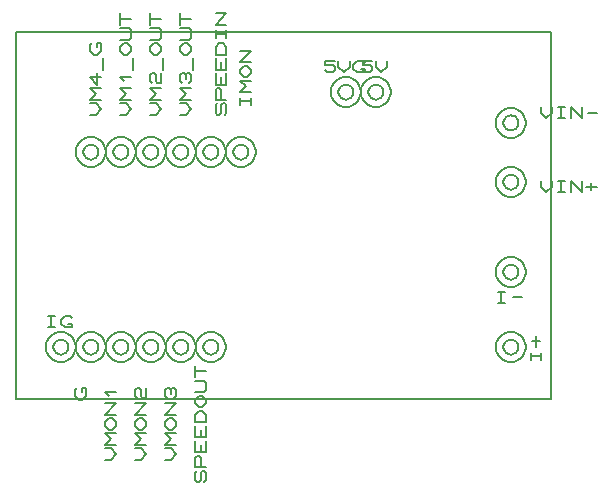
<source format=gbr>
G04 PROTEUS RS274X GERBER FILE*
%FSLAX45Y45*%
%MOMM*%
G01*
%ADD14C,0.203200*%
D14*
X-1016000Y+5019040D02*
X+3512000Y+5019040D01*
X+3512000Y+8128000D01*
X-1016000Y+8128000D01*
X-1016000Y+5019040D01*
X+0Y+5461000D02*
X-427Y+5471409D01*
X-3899Y+5492228D01*
X-11155Y+5513047D01*
X-22983Y+5533866D01*
X-41080Y+5554524D01*
X-61899Y+5570045D01*
X-82718Y+5580030D01*
X-103537Y+5585814D01*
X-124356Y+5587972D01*
X-127000Y+5588000D01*
X-254000Y+5461000D02*
X-253573Y+5471409D01*
X-250101Y+5492228D01*
X-242845Y+5513047D01*
X-231017Y+5533866D01*
X-212920Y+5554524D01*
X-192101Y+5570045D01*
X-171282Y+5580030D01*
X-150463Y+5585814D01*
X-129644Y+5587972D01*
X-127000Y+5588000D01*
X-254000Y+5461000D02*
X-253573Y+5450591D01*
X-250101Y+5429772D01*
X-242845Y+5408953D01*
X-231017Y+5388134D01*
X-212920Y+5367476D01*
X-192101Y+5351955D01*
X-171282Y+5341970D01*
X-150463Y+5336186D01*
X-129644Y+5334028D01*
X-127000Y+5334000D01*
X+0Y+5461000D02*
X-427Y+5450591D01*
X-3899Y+5429772D01*
X-11155Y+5408953D01*
X-22983Y+5388134D01*
X-41080Y+5367476D01*
X-61899Y+5351955D01*
X-82718Y+5341970D01*
X-103537Y+5336186D01*
X-124356Y+5334028D01*
X-127000Y+5334000D01*
X-63500Y+5461000D02*
X-63717Y+5466247D01*
X-65482Y+5476742D01*
X-69174Y+5487237D01*
X-75202Y+5497732D01*
X-84424Y+5508112D01*
X-94919Y+5515800D01*
X-105414Y+5520718D01*
X-115909Y+5523524D01*
X-126404Y+5524497D01*
X-127000Y+5524500D01*
X-190500Y+5461000D02*
X-190283Y+5466247D01*
X-188518Y+5476742D01*
X-184826Y+5487237D01*
X-178798Y+5497732D01*
X-169576Y+5508112D01*
X-159081Y+5515800D01*
X-148586Y+5520718D01*
X-138091Y+5523524D01*
X-127596Y+5524497D01*
X-127000Y+5524500D01*
X-190500Y+5461000D02*
X-190283Y+5455753D01*
X-188518Y+5445258D01*
X-184826Y+5434763D01*
X-178798Y+5424268D01*
X-169576Y+5413888D01*
X-159081Y+5406200D01*
X-148586Y+5401282D01*
X-138091Y+5398476D01*
X-127596Y+5397503D01*
X-127000Y+5397500D01*
X-63500Y+5461000D02*
X-63717Y+5455753D01*
X-65482Y+5445258D01*
X-69174Y+5434763D01*
X-75202Y+5424268D01*
X-84424Y+5413888D01*
X-94919Y+5406200D01*
X-105414Y+5401282D01*
X-115909Y+5398476D01*
X-126404Y+5397503D01*
X-127000Y+5397500D01*
X-259080Y+4508500D02*
X-213360Y+4508500D01*
X-167640Y+4556125D01*
X-213360Y+4603750D01*
X-259080Y+4603750D01*
X-167640Y+4635500D02*
X-259080Y+4635500D01*
X-213360Y+4683125D01*
X-259080Y+4730750D01*
X-167640Y+4730750D01*
X-228600Y+4762500D02*
X-259080Y+4794250D01*
X-259080Y+4826000D01*
X-228600Y+4857750D01*
X-198120Y+4857750D01*
X-167640Y+4826000D01*
X-167640Y+4794250D01*
X-198120Y+4762500D01*
X-228600Y+4762500D01*
X-167640Y+4889500D02*
X-259080Y+4889500D01*
X-167640Y+4984750D01*
X-259080Y+4984750D01*
X-228600Y+5048250D02*
X-259080Y+5080000D01*
X-167640Y+5080000D01*
X+254000Y+5461000D02*
X+253573Y+5471409D01*
X+250101Y+5492228D01*
X+242845Y+5513047D01*
X+231017Y+5533866D01*
X+212920Y+5554524D01*
X+192101Y+5570045D01*
X+171282Y+5580030D01*
X+150463Y+5585814D01*
X+129644Y+5587972D01*
X+127000Y+5588000D01*
X+0Y+5461000D02*
X+427Y+5471409D01*
X+3899Y+5492228D01*
X+11155Y+5513047D01*
X+22983Y+5533866D01*
X+41080Y+5554524D01*
X+61899Y+5570045D01*
X+82718Y+5580030D01*
X+103537Y+5585814D01*
X+124356Y+5587972D01*
X+127000Y+5588000D01*
X+0Y+5461000D02*
X+427Y+5450591D01*
X+3899Y+5429772D01*
X+11155Y+5408953D01*
X+22983Y+5388134D01*
X+41080Y+5367476D01*
X+61899Y+5351955D01*
X+82718Y+5341970D01*
X+103537Y+5336186D01*
X+124356Y+5334028D01*
X+127000Y+5334000D01*
X+254000Y+5461000D02*
X+253573Y+5450591D01*
X+250101Y+5429772D01*
X+242845Y+5408953D01*
X+231017Y+5388134D01*
X+212920Y+5367476D01*
X+192101Y+5351955D01*
X+171282Y+5341970D01*
X+150463Y+5336186D01*
X+129644Y+5334028D01*
X+127000Y+5334000D01*
X+190500Y+5461000D02*
X+190283Y+5466247D01*
X+188518Y+5476742D01*
X+184826Y+5487237D01*
X+178798Y+5497732D01*
X+169576Y+5508112D01*
X+159081Y+5515800D01*
X+148586Y+5520718D01*
X+138091Y+5523524D01*
X+127596Y+5524497D01*
X+127000Y+5524500D01*
X+63500Y+5461000D02*
X+63717Y+5466247D01*
X+65482Y+5476742D01*
X+69174Y+5487237D01*
X+75202Y+5497732D01*
X+84424Y+5508112D01*
X+94919Y+5515800D01*
X+105414Y+5520718D01*
X+115909Y+5523524D01*
X+126404Y+5524497D01*
X+127000Y+5524500D01*
X+63500Y+5461000D02*
X+63717Y+5455753D01*
X+65482Y+5445258D01*
X+69174Y+5434763D01*
X+75202Y+5424268D01*
X+84424Y+5413888D01*
X+94919Y+5406200D01*
X+105414Y+5401282D01*
X+115909Y+5398476D01*
X+126404Y+5397503D01*
X+127000Y+5397500D01*
X+190500Y+5461000D02*
X+190283Y+5455753D01*
X+188518Y+5445258D01*
X+184826Y+5434763D01*
X+178798Y+5424268D01*
X+169576Y+5413888D01*
X+159081Y+5406200D01*
X+148586Y+5401282D01*
X+138091Y+5398476D01*
X+127596Y+5397503D01*
X+127000Y+5397500D01*
X-5080Y+4508500D02*
X+40640Y+4508500D01*
X+86360Y+4556125D01*
X+40640Y+4603750D01*
X-5080Y+4603750D01*
X+86360Y+4635500D02*
X-5080Y+4635500D01*
X+40640Y+4683125D01*
X-5080Y+4730750D01*
X+86360Y+4730750D01*
X+25400Y+4762500D02*
X-5080Y+4794250D01*
X-5080Y+4826000D01*
X+25400Y+4857750D01*
X+55880Y+4857750D01*
X+86360Y+4826000D01*
X+86360Y+4794250D01*
X+55880Y+4762500D01*
X+25400Y+4762500D01*
X+86360Y+4889500D02*
X-5080Y+4889500D01*
X+86360Y+4984750D01*
X-5080Y+4984750D01*
X+10160Y+5032375D02*
X-5080Y+5048250D01*
X-5080Y+5095875D01*
X+10160Y+5111750D01*
X+25400Y+5111750D01*
X+40640Y+5095875D01*
X+40640Y+5048250D01*
X+55880Y+5032375D01*
X+86360Y+5032375D01*
X+86360Y+5111750D01*
X+508000Y+5461000D02*
X+507573Y+5471409D01*
X+504101Y+5492228D01*
X+496845Y+5513047D01*
X+485017Y+5533866D01*
X+466920Y+5554524D01*
X+446101Y+5570045D01*
X+425282Y+5580030D01*
X+404463Y+5585814D01*
X+383644Y+5587972D01*
X+381000Y+5588000D01*
X+254000Y+5461000D02*
X+254427Y+5471409D01*
X+257899Y+5492228D01*
X+265155Y+5513047D01*
X+276983Y+5533866D01*
X+295080Y+5554524D01*
X+315899Y+5570045D01*
X+336718Y+5580030D01*
X+357537Y+5585814D01*
X+378356Y+5587972D01*
X+381000Y+5588000D01*
X+254000Y+5461000D02*
X+254427Y+5450591D01*
X+257899Y+5429772D01*
X+265155Y+5408953D01*
X+276983Y+5388134D01*
X+295080Y+5367476D01*
X+315899Y+5351955D01*
X+336718Y+5341970D01*
X+357537Y+5336186D01*
X+378356Y+5334028D01*
X+381000Y+5334000D01*
X+508000Y+5461000D02*
X+507573Y+5450591D01*
X+504101Y+5429772D01*
X+496845Y+5408953D01*
X+485017Y+5388134D01*
X+466920Y+5367476D01*
X+446101Y+5351955D01*
X+425282Y+5341970D01*
X+404463Y+5336186D01*
X+383644Y+5334028D01*
X+381000Y+5334000D01*
X+444500Y+5461000D02*
X+444283Y+5466247D01*
X+442518Y+5476742D01*
X+438826Y+5487237D01*
X+432798Y+5497732D01*
X+423576Y+5508112D01*
X+413081Y+5515800D01*
X+402586Y+5520718D01*
X+392091Y+5523524D01*
X+381596Y+5524497D01*
X+381000Y+5524500D01*
X+317500Y+5461000D02*
X+317717Y+5466247D01*
X+319482Y+5476742D01*
X+323174Y+5487237D01*
X+329202Y+5497732D01*
X+338424Y+5508112D01*
X+348919Y+5515800D01*
X+359414Y+5520718D01*
X+369909Y+5523524D01*
X+380404Y+5524497D01*
X+381000Y+5524500D01*
X+317500Y+5461000D02*
X+317717Y+5455753D01*
X+319482Y+5445258D01*
X+323174Y+5434763D01*
X+329202Y+5424268D01*
X+338424Y+5413888D01*
X+348919Y+5406200D01*
X+359414Y+5401282D01*
X+369909Y+5398476D01*
X+380404Y+5397503D01*
X+381000Y+5397500D01*
X+444500Y+5461000D02*
X+444283Y+5455753D01*
X+442518Y+5445258D01*
X+438826Y+5434763D01*
X+432798Y+5424268D01*
X+423576Y+5413888D01*
X+413081Y+5406200D01*
X+402586Y+5401282D01*
X+392091Y+5398476D01*
X+381596Y+5397503D01*
X+381000Y+5397500D01*
X+248920Y+4508500D02*
X+294640Y+4508500D01*
X+340360Y+4556125D01*
X+294640Y+4603750D01*
X+248920Y+4603750D01*
X+340360Y+4635500D02*
X+248920Y+4635500D01*
X+294640Y+4683125D01*
X+248920Y+4730750D01*
X+340360Y+4730750D01*
X+279400Y+4762500D02*
X+248920Y+4794250D01*
X+248920Y+4826000D01*
X+279400Y+4857750D01*
X+309880Y+4857750D01*
X+340360Y+4826000D01*
X+340360Y+4794250D01*
X+309880Y+4762500D01*
X+279400Y+4762500D01*
X+340360Y+4889500D02*
X+248920Y+4889500D01*
X+340360Y+4984750D01*
X+248920Y+4984750D01*
X+264160Y+5032375D02*
X+248920Y+5048250D01*
X+248920Y+5095875D01*
X+264160Y+5111750D01*
X+279400Y+5111750D01*
X+294640Y+5095875D01*
X+309880Y+5111750D01*
X+325120Y+5111750D01*
X+340360Y+5095875D01*
X+340360Y+5048250D01*
X+325120Y+5032375D01*
X+294640Y+5064125D02*
X+294640Y+5095875D01*
X+762000Y+7112000D02*
X+761573Y+7122409D01*
X+758101Y+7143228D01*
X+750845Y+7164047D01*
X+739017Y+7184866D01*
X+720920Y+7205524D01*
X+700101Y+7221045D01*
X+679282Y+7231030D01*
X+658463Y+7236814D01*
X+637644Y+7238972D01*
X+635000Y+7239000D01*
X+508000Y+7112000D02*
X+508427Y+7122409D01*
X+511899Y+7143228D01*
X+519155Y+7164047D01*
X+530983Y+7184866D01*
X+549080Y+7205524D01*
X+569899Y+7221045D01*
X+590718Y+7231030D01*
X+611537Y+7236814D01*
X+632356Y+7238972D01*
X+635000Y+7239000D01*
X+508000Y+7112000D02*
X+508427Y+7101591D01*
X+511899Y+7080772D01*
X+519155Y+7059953D01*
X+530983Y+7039134D01*
X+549080Y+7018476D01*
X+569899Y+7002955D01*
X+590718Y+6992970D01*
X+611537Y+6987186D01*
X+632356Y+6985028D01*
X+635000Y+6985000D01*
X+762000Y+7112000D02*
X+761573Y+7101591D01*
X+758101Y+7080772D01*
X+750845Y+7059953D01*
X+739017Y+7039134D01*
X+720920Y+7018476D01*
X+700101Y+7002955D01*
X+679282Y+6992970D01*
X+658463Y+6987186D01*
X+637644Y+6985028D01*
X+635000Y+6985000D01*
X+698500Y+7112000D02*
X+698283Y+7117247D01*
X+696518Y+7127742D01*
X+692826Y+7138237D01*
X+686798Y+7148732D01*
X+677576Y+7159112D01*
X+667081Y+7166800D01*
X+656586Y+7171718D01*
X+646091Y+7174524D01*
X+635596Y+7175497D01*
X+635000Y+7175500D01*
X+571500Y+7112000D02*
X+571717Y+7117247D01*
X+573482Y+7127742D01*
X+577174Y+7138237D01*
X+583202Y+7148732D01*
X+592424Y+7159112D01*
X+602919Y+7166800D01*
X+613414Y+7171718D01*
X+623909Y+7174524D01*
X+634404Y+7175497D01*
X+635000Y+7175500D01*
X+571500Y+7112000D02*
X+571717Y+7106753D01*
X+573482Y+7096258D01*
X+577174Y+7085763D01*
X+583202Y+7075268D01*
X+592424Y+7064888D01*
X+602919Y+7057200D01*
X+613414Y+7052282D01*
X+623909Y+7049476D01*
X+634404Y+7048503D01*
X+635000Y+7048500D01*
X+698500Y+7112000D02*
X+698283Y+7106753D01*
X+696518Y+7096258D01*
X+692826Y+7085763D01*
X+686798Y+7075268D01*
X+677576Y+7064888D01*
X+667081Y+7057200D01*
X+656586Y+7052282D01*
X+646091Y+7049476D01*
X+635596Y+7048503D01*
X+635000Y+7048500D01*
X+751840Y+7429500D02*
X+767080Y+7445375D01*
X+767080Y+7508875D01*
X+751840Y+7524750D01*
X+736600Y+7524750D01*
X+721360Y+7508875D01*
X+721360Y+7445375D01*
X+706120Y+7429500D01*
X+690880Y+7429500D01*
X+675640Y+7445375D01*
X+675640Y+7508875D01*
X+690880Y+7524750D01*
X+767080Y+7556500D02*
X+675640Y+7556500D01*
X+675640Y+7635875D01*
X+690880Y+7651750D01*
X+706120Y+7651750D01*
X+721360Y+7635875D01*
X+721360Y+7556500D01*
X+767080Y+7778750D02*
X+767080Y+7683500D01*
X+675640Y+7683500D01*
X+675640Y+7778750D01*
X+721360Y+7683500D02*
X+721360Y+7747000D01*
X+767080Y+7905750D02*
X+767080Y+7810500D01*
X+675640Y+7810500D01*
X+675640Y+7905750D01*
X+721360Y+7810500D02*
X+721360Y+7874000D01*
X+767080Y+7937500D02*
X+675640Y+7937500D01*
X+675640Y+8001000D01*
X+706120Y+8032750D01*
X+736600Y+8032750D01*
X+767080Y+8001000D01*
X+767080Y+7937500D01*
X+675640Y+8080375D02*
X+675640Y+8143875D01*
X+675640Y+8112125D02*
X+767080Y+8112125D01*
X+767080Y+8080375D02*
X+767080Y+8143875D01*
X+767080Y+8191500D02*
X+675640Y+8191500D01*
X+767080Y+8286750D01*
X+675640Y+8286750D01*
X-254000Y+5461000D02*
X-254427Y+5471409D01*
X-257899Y+5492228D01*
X-265155Y+5513047D01*
X-276983Y+5533866D01*
X-295080Y+5554524D01*
X-315899Y+5570045D01*
X-336718Y+5580030D01*
X-357537Y+5585814D01*
X-378356Y+5587972D01*
X-381000Y+5588000D01*
X-508000Y+5461000D02*
X-507573Y+5471409D01*
X-504101Y+5492228D01*
X-496845Y+5513047D01*
X-485017Y+5533866D01*
X-466920Y+5554524D01*
X-446101Y+5570045D01*
X-425282Y+5580030D01*
X-404463Y+5585814D01*
X-383644Y+5587972D01*
X-381000Y+5588000D01*
X-508000Y+5461000D02*
X-507573Y+5450591D01*
X-504101Y+5429772D01*
X-496845Y+5408953D01*
X-485017Y+5388134D01*
X-466920Y+5367476D01*
X-446101Y+5351955D01*
X-425282Y+5341970D01*
X-404463Y+5336186D01*
X-383644Y+5334028D01*
X-381000Y+5334000D01*
X-254000Y+5461000D02*
X-254427Y+5450591D01*
X-257899Y+5429772D01*
X-265155Y+5408953D01*
X-276983Y+5388134D01*
X-295080Y+5367476D01*
X-315899Y+5351955D01*
X-336718Y+5341970D01*
X-357537Y+5336186D01*
X-378356Y+5334028D01*
X-381000Y+5334000D01*
X-317500Y+5461000D02*
X-317717Y+5466247D01*
X-319482Y+5476742D01*
X-323174Y+5487237D01*
X-329202Y+5497732D01*
X-338424Y+5508112D01*
X-348919Y+5515800D01*
X-359414Y+5520718D01*
X-369909Y+5523524D01*
X-380404Y+5524497D01*
X-381000Y+5524500D01*
X-444500Y+5461000D02*
X-444283Y+5466247D01*
X-442518Y+5476742D01*
X-438826Y+5487237D01*
X-432798Y+5497732D01*
X-423576Y+5508112D01*
X-413081Y+5515800D01*
X-402586Y+5520718D01*
X-392091Y+5523524D01*
X-381596Y+5524497D01*
X-381000Y+5524500D01*
X-444500Y+5461000D02*
X-444283Y+5455753D01*
X-442518Y+5445258D01*
X-438826Y+5434763D01*
X-432798Y+5424268D01*
X-423576Y+5413888D01*
X-413081Y+5406200D01*
X-402586Y+5401282D01*
X-392091Y+5398476D01*
X-381596Y+5397503D01*
X-381000Y+5397500D01*
X-317500Y+5461000D02*
X-317717Y+5455753D01*
X-319482Y+5445258D01*
X-323174Y+5434763D01*
X-329202Y+5424268D01*
X-338424Y+5413888D01*
X-348919Y+5406200D01*
X-359414Y+5401282D01*
X-369909Y+5398476D01*
X-380404Y+5397503D01*
X-381000Y+5397500D01*
X-452120Y+5080000D02*
X-452120Y+5111750D01*
X-421640Y+5111750D01*
X-421640Y+5048250D01*
X-452120Y+5016500D01*
X-482600Y+5016500D01*
X-513080Y+5048250D01*
X-513080Y+5095875D01*
X-497840Y+5111750D01*
X+3302000Y+6858000D02*
X+3301573Y+6868409D01*
X+3298101Y+6889228D01*
X+3290845Y+6910047D01*
X+3279017Y+6930866D01*
X+3260920Y+6951524D01*
X+3240101Y+6967045D01*
X+3219282Y+6977030D01*
X+3198463Y+6982814D01*
X+3177644Y+6984972D01*
X+3175000Y+6985000D01*
X+3048000Y+6858000D02*
X+3048427Y+6868409D01*
X+3051899Y+6889228D01*
X+3059155Y+6910047D01*
X+3070983Y+6930866D01*
X+3089080Y+6951524D01*
X+3109899Y+6967045D01*
X+3130718Y+6977030D01*
X+3151537Y+6982814D01*
X+3172356Y+6984972D01*
X+3175000Y+6985000D01*
X+3048000Y+6858000D02*
X+3048427Y+6847591D01*
X+3051899Y+6826772D01*
X+3059155Y+6805953D01*
X+3070983Y+6785134D01*
X+3089080Y+6764476D01*
X+3109899Y+6748955D01*
X+3130718Y+6738970D01*
X+3151537Y+6733186D01*
X+3172356Y+6731028D01*
X+3175000Y+6731000D01*
X+3302000Y+6858000D02*
X+3301573Y+6847591D01*
X+3298101Y+6826772D01*
X+3290845Y+6805953D01*
X+3279017Y+6785134D01*
X+3260920Y+6764476D01*
X+3240101Y+6748955D01*
X+3219282Y+6738970D01*
X+3198463Y+6733186D01*
X+3177644Y+6731028D01*
X+3175000Y+6731000D01*
X+3238500Y+6858000D02*
X+3238283Y+6863247D01*
X+3236518Y+6873742D01*
X+3232826Y+6884237D01*
X+3226798Y+6894732D01*
X+3217576Y+6905112D01*
X+3207081Y+6912800D01*
X+3196586Y+6917718D01*
X+3186091Y+6920524D01*
X+3175596Y+6921497D01*
X+3175000Y+6921500D01*
X+3111500Y+6858000D02*
X+3111717Y+6863247D01*
X+3113482Y+6873742D01*
X+3117174Y+6884237D01*
X+3123202Y+6894732D01*
X+3132424Y+6905112D01*
X+3142919Y+6912800D01*
X+3153414Y+6917718D01*
X+3163909Y+6920524D01*
X+3174404Y+6921497D01*
X+3175000Y+6921500D01*
X+3111500Y+6858000D02*
X+3111717Y+6852753D01*
X+3113482Y+6842258D01*
X+3117174Y+6831763D01*
X+3123202Y+6821268D01*
X+3132424Y+6810888D01*
X+3142919Y+6803200D01*
X+3153414Y+6798282D01*
X+3163909Y+6795476D01*
X+3174404Y+6794503D01*
X+3175000Y+6794500D01*
X+3238500Y+6858000D02*
X+3238283Y+6852753D01*
X+3236518Y+6842258D01*
X+3232826Y+6831763D01*
X+3226798Y+6821268D01*
X+3217576Y+6810888D01*
X+3207081Y+6803200D01*
X+3196586Y+6798282D01*
X+3186091Y+6795476D01*
X+3175596Y+6794503D01*
X+3175000Y+6794500D01*
X+3429000Y+6863080D02*
X+3429000Y+6817360D01*
X+3476625Y+6771640D01*
X+3524250Y+6817360D01*
X+3524250Y+6863080D01*
X+3571875Y+6863080D02*
X+3635375Y+6863080D01*
X+3603625Y+6863080D02*
X+3603625Y+6771640D01*
X+3571875Y+6771640D02*
X+3635375Y+6771640D01*
X+3683000Y+6771640D02*
X+3683000Y+6863080D01*
X+3778250Y+6771640D01*
X+3778250Y+6863080D01*
X+3810000Y+6817360D02*
X+3905250Y+6817360D01*
X+3857625Y+6847840D02*
X+3857625Y+6786880D01*
X+3302000Y+7358000D02*
X+3301573Y+7368409D01*
X+3298101Y+7389228D01*
X+3290845Y+7410047D01*
X+3279017Y+7430866D01*
X+3260920Y+7451524D01*
X+3240101Y+7467045D01*
X+3219282Y+7477030D01*
X+3198463Y+7482814D01*
X+3177644Y+7484972D01*
X+3175000Y+7485000D01*
X+3048000Y+7358000D02*
X+3048427Y+7368409D01*
X+3051899Y+7389228D01*
X+3059155Y+7410047D01*
X+3070983Y+7430866D01*
X+3089080Y+7451524D01*
X+3109899Y+7467045D01*
X+3130718Y+7477030D01*
X+3151537Y+7482814D01*
X+3172356Y+7484972D01*
X+3175000Y+7485000D01*
X+3048000Y+7358000D02*
X+3048427Y+7347591D01*
X+3051899Y+7326772D01*
X+3059155Y+7305953D01*
X+3070983Y+7285134D01*
X+3089080Y+7264476D01*
X+3109899Y+7248955D01*
X+3130718Y+7238970D01*
X+3151537Y+7233186D01*
X+3172356Y+7231028D01*
X+3175000Y+7231000D01*
X+3302000Y+7358000D02*
X+3301573Y+7347591D01*
X+3298101Y+7326772D01*
X+3290845Y+7305953D01*
X+3279017Y+7285134D01*
X+3260920Y+7264476D01*
X+3240101Y+7248955D01*
X+3219282Y+7238970D01*
X+3198463Y+7233186D01*
X+3177644Y+7231028D01*
X+3175000Y+7231000D01*
X+3238500Y+7358000D02*
X+3238283Y+7363247D01*
X+3236518Y+7373742D01*
X+3232826Y+7384237D01*
X+3226798Y+7394732D01*
X+3217576Y+7405112D01*
X+3207081Y+7412800D01*
X+3196586Y+7417718D01*
X+3186091Y+7420524D01*
X+3175596Y+7421497D01*
X+3175000Y+7421500D01*
X+3111500Y+7358000D02*
X+3111717Y+7363247D01*
X+3113482Y+7373742D01*
X+3117174Y+7384237D01*
X+3123202Y+7394732D01*
X+3132424Y+7405112D01*
X+3142919Y+7412800D01*
X+3153414Y+7417718D01*
X+3163909Y+7420524D01*
X+3174404Y+7421497D01*
X+3175000Y+7421500D01*
X+3111500Y+7358000D02*
X+3111717Y+7352753D01*
X+3113482Y+7342258D01*
X+3117174Y+7331763D01*
X+3123202Y+7321268D01*
X+3132424Y+7310888D01*
X+3142919Y+7303200D01*
X+3153414Y+7298282D01*
X+3163909Y+7295476D01*
X+3174404Y+7294503D01*
X+3175000Y+7294500D01*
X+3238500Y+7358000D02*
X+3238283Y+7352753D01*
X+3236518Y+7342258D01*
X+3232826Y+7331763D01*
X+3226798Y+7321268D01*
X+3217576Y+7310888D01*
X+3207081Y+7303200D01*
X+3196586Y+7298282D01*
X+3186091Y+7295476D01*
X+3175596Y+7294503D01*
X+3175000Y+7294500D01*
X+3429000Y+7490080D02*
X+3429000Y+7444360D01*
X+3476625Y+7398640D01*
X+3524250Y+7444360D01*
X+3524250Y+7490080D01*
X+3571875Y+7490080D02*
X+3635375Y+7490080D01*
X+3603625Y+7490080D02*
X+3603625Y+7398640D01*
X+3571875Y+7398640D02*
X+3635375Y+7398640D01*
X+3683000Y+7398640D02*
X+3683000Y+7490080D01*
X+3778250Y+7398640D01*
X+3778250Y+7490080D01*
X+3825875Y+7444360D02*
X+3905250Y+7444360D01*
X+3302000Y+6096000D02*
X+3301573Y+6106409D01*
X+3298101Y+6127228D01*
X+3290845Y+6148047D01*
X+3279017Y+6168866D01*
X+3260920Y+6189524D01*
X+3240101Y+6205045D01*
X+3219282Y+6215030D01*
X+3198463Y+6220814D01*
X+3177644Y+6222972D01*
X+3175000Y+6223000D01*
X+3048000Y+6096000D02*
X+3048427Y+6106409D01*
X+3051899Y+6127228D01*
X+3059155Y+6148047D01*
X+3070983Y+6168866D01*
X+3089080Y+6189524D01*
X+3109899Y+6205045D01*
X+3130718Y+6215030D01*
X+3151537Y+6220814D01*
X+3172356Y+6222972D01*
X+3175000Y+6223000D01*
X+3048000Y+6096000D02*
X+3048427Y+6085591D01*
X+3051899Y+6064772D01*
X+3059155Y+6043953D01*
X+3070983Y+6023134D01*
X+3089080Y+6002476D01*
X+3109899Y+5986955D01*
X+3130718Y+5976970D01*
X+3151537Y+5971186D01*
X+3172356Y+5969028D01*
X+3175000Y+5969000D01*
X+3302000Y+6096000D02*
X+3301573Y+6085591D01*
X+3298101Y+6064772D01*
X+3290845Y+6043953D01*
X+3279017Y+6023134D01*
X+3260920Y+6002476D01*
X+3240101Y+5986955D01*
X+3219282Y+5976970D01*
X+3198463Y+5971186D01*
X+3177644Y+5969028D01*
X+3175000Y+5969000D01*
X+3238500Y+6096000D02*
X+3238283Y+6101247D01*
X+3236518Y+6111742D01*
X+3232826Y+6122237D01*
X+3226798Y+6132732D01*
X+3217576Y+6143112D01*
X+3207081Y+6150800D01*
X+3196586Y+6155718D01*
X+3186091Y+6158524D01*
X+3175596Y+6159497D01*
X+3175000Y+6159500D01*
X+3111500Y+6096000D02*
X+3111717Y+6101247D01*
X+3113482Y+6111742D01*
X+3117174Y+6122237D01*
X+3123202Y+6132732D01*
X+3132424Y+6143112D01*
X+3142919Y+6150800D01*
X+3153414Y+6155718D01*
X+3163909Y+6158524D01*
X+3174404Y+6159497D01*
X+3175000Y+6159500D01*
X+3111500Y+6096000D02*
X+3111717Y+6090753D01*
X+3113482Y+6080258D01*
X+3117174Y+6069763D01*
X+3123202Y+6059268D01*
X+3132424Y+6048888D01*
X+3142919Y+6041200D01*
X+3153414Y+6036282D01*
X+3163909Y+6033476D01*
X+3174404Y+6032503D01*
X+3175000Y+6032500D01*
X+3238500Y+6096000D02*
X+3238283Y+6090753D01*
X+3236518Y+6080258D01*
X+3232826Y+6069763D01*
X+3226798Y+6059268D01*
X+3217576Y+6048888D01*
X+3207081Y+6041200D01*
X+3196586Y+6036282D01*
X+3186091Y+6033476D01*
X+3175596Y+6032503D01*
X+3175000Y+6032500D01*
X+3063875Y+5928360D02*
X+3127375Y+5928360D01*
X+3095625Y+5928360D02*
X+3095625Y+5836920D01*
X+3063875Y+5836920D02*
X+3127375Y+5836920D01*
X+3190875Y+5882640D02*
X+3270250Y+5882640D01*
X+3302000Y+5461000D02*
X+3301573Y+5471409D01*
X+3298101Y+5492228D01*
X+3290845Y+5513047D01*
X+3279017Y+5533866D01*
X+3260920Y+5554524D01*
X+3240101Y+5570045D01*
X+3219282Y+5580030D01*
X+3198463Y+5585814D01*
X+3177644Y+5587972D01*
X+3175000Y+5588000D01*
X+3048000Y+5461000D02*
X+3048427Y+5471409D01*
X+3051899Y+5492228D01*
X+3059155Y+5513047D01*
X+3070983Y+5533866D01*
X+3089080Y+5554524D01*
X+3109899Y+5570045D01*
X+3130718Y+5580030D01*
X+3151537Y+5585814D01*
X+3172356Y+5587972D01*
X+3175000Y+5588000D01*
X+3048000Y+5461000D02*
X+3048427Y+5450591D01*
X+3051899Y+5429772D01*
X+3059155Y+5408953D01*
X+3070983Y+5388134D01*
X+3089080Y+5367476D01*
X+3109899Y+5351955D01*
X+3130718Y+5341970D01*
X+3151537Y+5336186D01*
X+3172356Y+5334028D01*
X+3175000Y+5334000D01*
X+3302000Y+5461000D02*
X+3301573Y+5450591D01*
X+3298101Y+5429772D01*
X+3290845Y+5408953D01*
X+3279017Y+5388134D01*
X+3260920Y+5367476D01*
X+3240101Y+5351955D01*
X+3219282Y+5341970D01*
X+3198463Y+5336186D01*
X+3177644Y+5334028D01*
X+3175000Y+5334000D01*
X+3238500Y+5461000D02*
X+3238283Y+5466247D01*
X+3236518Y+5476742D01*
X+3232826Y+5487237D01*
X+3226798Y+5497732D01*
X+3217576Y+5508112D01*
X+3207081Y+5515800D01*
X+3196586Y+5520718D01*
X+3186091Y+5523524D01*
X+3175596Y+5524497D01*
X+3175000Y+5524500D01*
X+3111500Y+5461000D02*
X+3111717Y+5466247D01*
X+3113482Y+5476742D01*
X+3117174Y+5487237D01*
X+3123202Y+5497732D01*
X+3132424Y+5508112D01*
X+3142919Y+5515800D01*
X+3153414Y+5520718D01*
X+3163909Y+5523524D01*
X+3174404Y+5524497D01*
X+3175000Y+5524500D01*
X+3111500Y+5461000D02*
X+3111717Y+5455753D01*
X+3113482Y+5445258D01*
X+3117174Y+5434763D01*
X+3123202Y+5424268D01*
X+3132424Y+5413888D01*
X+3142919Y+5406200D01*
X+3153414Y+5401282D01*
X+3163909Y+5398476D01*
X+3174404Y+5397503D01*
X+3175000Y+5397500D01*
X+3238500Y+5461000D02*
X+3238283Y+5455753D01*
X+3236518Y+5445258D01*
X+3232826Y+5434763D01*
X+3226798Y+5424268D01*
X+3217576Y+5413888D01*
X+3207081Y+5406200D01*
X+3196586Y+5401282D01*
X+3186091Y+5398476D01*
X+3175596Y+5397503D01*
X+3175000Y+5397500D01*
X+3342640Y+5349875D02*
X+3342640Y+5413375D01*
X+3342640Y+5381625D02*
X+3434080Y+5381625D01*
X+3434080Y+5349875D02*
X+3434080Y+5413375D01*
X+3388360Y+5461000D02*
X+3388360Y+5556250D01*
X+3357880Y+5508625D02*
X+3418840Y+5508625D01*
X+2159000Y+7620000D02*
X+2158573Y+7630409D01*
X+2155101Y+7651228D01*
X+2147845Y+7672047D01*
X+2136017Y+7692866D01*
X+2117920Y+7713524D01*
X+2097101Y+7729045D01*
X+2076282Y+7739030D01*
X+2055463Y+7744814D01*
X+2034644Y+7746972D01*
X+2032000Y+7747000D01*
X+1905000Y+7620000D02*
X+1905427Y+7630409D01*
X+1908899Y+7651228D01*
X+1916155Y+7672047D01*
X+1927983Y+7692866D01*
X+1946080Y+7713524D01*
X+1966899Y+7729045D01*
X+1987718Y+7739030D01*
X+2008537Y+7744814D01*
X+2029356Y+7746972D01*
X+2032000Y+7747000D01*
X+1905000Y+7620000D02*
X+1905427Y+7609591D01*
X+1908899Y+7588772D01*
X+1916155Y+7567953D01*
X+1927983Y+7547134D01*
X+1946080Y+7526476D01*
X+1966899Y+7510955D01*
X+1987718Y+7500970D01*
X+2008537Y+7495186D01*
X+2029356Y+7493028D01*
X+2032000Y+7493000D01*
X+2159000Y+7620000D02*
X+2158573Y+7609591D01*
X+2155101Y+7588772D01*
X+2147845Y+7567953D01*
X+2136017Y+7547134D01*
X+2117920Y+7526476D01*
X+2097101Y+7510955D01*
X+2076282Y+7500970D01*
X+2055463Y+7495186D01*
X+2034644Y+7493028D01*
X+2032000Y+7493000D01*
X+2095500Y+7620000D02*
X+2095283Y+7625247D01*
X+2093518Y+7635742D01*
X+2089826Y+7646237D01*
X+2083798Y+7656732D01*
X+2074576Y+7667112D01*
X+2064081Y+7674800D01*
X+2053586Y+7679718D01*
X+2043091Y+7682524D01*
X+2032596Y+7683497D01*
X+2032000Y+7683500D01*
X+1968500Y+7620000D02*
X+1968717Y+7625247D01*
X+1970482Y+7635742D01*
X+1974174Y+7646237D01*
X+1980202Y+7656732D01*
X+1989424Y+7667112D01*
X+1999919Y+7674800D01*
X+2010414Y+7679718D01*
X+2020909Y+7682524D01*
X+2031404Y+7683497D01*
X+2032000Y+7683500D01*
X+1968500Y+7620000D02*
X+1968717Y+7614753D01*
X+1970482Y+7604258D01*
X+1974174Y+7593763D01*
X+1980202Y+7583268D01*
X+1989424Y+7572888D01*
X+1999919Y+7565200D01*
X+2010414Y+7560282D01*
X+2020909Y+7557476D01*
X+2031404Y+7556503D01*
X+2032000Y+7556500D01*
X+2095500Y+7620000D02*
X+2095283Y+7614753D01*
X+2093518Y+7604258D01*
X+2089826Y+7593763D01*
X+2083798Y+7583268D01*
X+2074576Y+7572888D01*
X+2064081Y+7565200D01*
X+2053586Y+7560282D01*
X+2043091Y+7557476D01*
X+2032596Y+7556503D01*
X+2032000Y+7556500D01*
X+2000250Y+7879080D02*
X+1920875Y+7879080D01*
X+1920875Y+7848600D01*
X+1984375Y+7848600D01*
X+2000250Y+7833360D01*
X+2000250Y+7802880D01*
X+1984375Y+7787640D01*
X+1936750Y+7787640D01*
X+1920875Y+7802880D01*
X+2032000Y+7879080D02*
X+2032000Y+7833360D01*
X+2079625Y+7787640D01*
X+2127250Y+7833360D01*
X+2127250Y+7879080D01*
X+1905000Y+7620000D02*
X+1904573Y+7630409D01*
X+1901101Y+7651228D01*
X+1893845Y+7672047D01*
X+1882017Y+7692866D01*
X+1863920Y+7713524D01*
X+1843101Y+7729045D01*
X+1822282Y+7739030D01*
X+1801463Y+7744814D01*
X+1780644Y+7746972D01*
X+1778000Y+7747000D01*
X+1651000Y+7620000D02*
X+1651427Y+7630409D01*
X+1654899Y+7651228D01*
X+1662155Y+7672047D01*
X+1673983Y+7692866D01*
X+1692080Y+7713524D01*
X+1712899Y+7729045D01*
X+1733718Y+7739030D01*
X+1754537Y+7744814D01*
X+1775356Y+7746972D01*
X+1778000Y+7747000D01*
X+1651000Y+7620000D02*
X+1651427Y+7609591D01*
X+1654899Y+7588772D01*
X+1662155Y+7567953D01*
X+1673983Y+7547134D01*
X+1692080Y+7526476D01*
X+1712899Y+7510955D01*
X+1733718Y+7500970D01*
X+1754537Y+7495186D01*
X+1775356Y+7493028D01*
X+1778000Y+7493000D01*
X+1905000Y+7620000D02*
X+1904573Y+7609591D01*
X+1901101Y+7588772D01*
X+1893845Y+7567953D01*
X+1882017Y+7547134D01*
X+1863920Y+7526476D01*
X+1843101Y+7510955D01*
X+1822282Y+7500970D01*
X+1801463Y+7495186D01*
X+1780644Y+7493028D01*
X+1778000Y+7493000D01*
X+1841500Y+7620000D02*
X+1841283Y+7625247D01*
X+1839518Y+7635742D01*
X+1835826Y+7646237D01*
X+1829798Y+7656732D01*
X+1820576Y+7667112D01*
X+1810081Y+7674800D01*
X+1799586Y+7679718D01*
X+1789091Y+7682524D01*
X+1778596Y+7683497D01*
X+1778000Y+7683500D01*
X+1714500Y+7620000D02*
X+1714717Y+7625247D01*
X+1716482Y+7635742D01*
X+1720174Y+7646237D01*
X+1726202Y+7656732D01*
X+1735424Y+7667112D01*
X+1745919Y+7674800D01*
X+1756414Y+7679718D01*
X+1766909Y+7682524D01*
X+1777404Y+7683497D01*
X+1778000Y+7683500D01*
X+1714500Y+7620000D02*
X+1714717Y+7614753D01*
X+1716482Y+7604258D01*
X+1720174Y+7593763D01*
X+1726202Y+7583268D01*
X+1735424Y+7572888D01*
X+1745919Y+7565200D01*
X+1756414Y+7560282D01*
X+1766909Y+7557476D01*
X+1777404Y+7556503D01*
X+1778000Y+7556500D01*
X+1841500Y+7620000D02*
X+1841283Y+7614753D01*
X+1839518Y+7604258D01*
X+1835826Y+7593763D01*
X+1829798Y+7583268D01*
X+1820576Y+7572888D01*
X+1810081Y+7565200D01*
X+1799586Y+7560282D01*
X+1789091Y+7557476D01*
X+1778596Y+7556503D01*
X+1778000Y+7556500D01*
X+1682750Y+7879080D02*
X+1603375Y+7879080D01*
X+1603375Y+7848600D01*
X+1666875Y+7848600D01*
X+1682750Y+7833360D01*
X+1682750Y+7802880D01*
X+1666875Y+7787640D01*
X+1619250Y+7787640D01*
X+1603375Y+7802880D01*
X+1714500Y+7879080D02*
X+1714500Y+7833360D01*
X+1762125Y+7787640D01*
X+1809750Y+7833360D01*
X+1809750Y+7879080D01*
X+1905000Y+7818120D02*
X+1936750Y+7818120D01*
X+1936750Y+7787640D01*
X+1873250Y+7787640D01*
X+1841500Y+7818120D01*
X+1841500Y+7848600D01*
X+1873250Y+7879080D01*
X+1920875Y+7879080D01*
X+1936750Y+7863840D01*
X+0Y+7112000D02*
X-427Y+7122409D01*
X-3899Y+7143228D01*
X-11155Y+7164047D01*
X-22983Y+7184866D01*
X-41080Y+7205524D01*
X-61899Y+7221045D01*
X-82718Y+7231030D01*
X-103537Y+7236814D01*
X-124356Y+7238972D01*
X-127000Y+7239000D01*
X-254000Y+7112000D02*
X-253573Y+7122409D01*
X-250101Y+7143228D01*
X-242845Y+7164047D01*
X-231017Y+7184866D01*
X-212920Y+7205524D01*
X-192101Y+7221045D01*
X-171282Y+7231030D01*
X-150463Y+7236814D01*
X-129644Y+7238972D01*
X-127000Y+7239000D01*
X-254000Y+7112000D02*
X-253573Y+7101591D01*
X-250101Y+7080772D01*
X-242845Y+7059953D01*
X-231017Y+7039134D01*
X-212920Y+7018476D01*
X-192101Y+7002955D01*
X-171282Y+6992970D01*
X-150463Y+6987186D01*
X-129644Y+6985028D01*
X-127000Y+6985000D01*
X+0Y+7112000D02*
X-427Y+7101591D01*
X-3899Y+7080772D01*
X-11155Y+7059953D01*
X-22983Y+7039134D01*
X-41080Y+7018476D01*
X-61899Y+7002955D01*
X-82718Y+6992970D01*
X-103537Y+6987186D01*
X-124356Y+6985028D01*
X-127000Y+6985000D01*
X-63500Y+7112000D02*
X-63717Y+7117247D01*
X-65482Y+7127742D01*
X-69174Y+7138237D01*
X-75202Y+7148732D01*
X-84424Y+7159112D01*
X-94919Y+7166800D01*
X-105414Y+7171718D01*
X-115909Y+7174524D01*
X-126404Y+7175497D01*
X-127000Y+7175500D01*
X-190500Y+7112000D02*
X-190283Y+7117247D01*
X-188518Y+7127742D01*
X-184826Y+7138237D01*
X-178798Y+7148732D01*
X-169576Y+7159112D01*
X-159081Y+7166800D01*
X-148586Y+7171718D01*
X-138091Y+7174524D01*
X-127596Y+7175497D01*
X-127000Y+7175500D01*
X-190500Y+7112000D02*
X-190283Y+7106753D01*
X-188518Y+7096258D01*
X-184826Y+7085763D01*
X-178798Y+7075268D01*
X-169576Y+7064888D01*
X-159081Y+7057200D01*
X-148586Y+7052282D01*
X-138091Y+7049476D01*
X-127596Y+7048503D01*
X-127000Y+7048500D01*
X-63500Y+7112000D02*
X-63717Y+7106753D01*
X-65482Y+7096258D01*
X-69174Y+7085763D01*
X-75202Y+7075268D01*
X-84424Y+7064888D01*
X-94919Y+7057200D01*
X-105414Y+7052282D01*
X-115909Y+7049476D01*
X-126404Y+7048503D01*
X-127000Y+7048500D01*
X-132080Y+7429500D02*
X-86360Y+7429500D01*
X-40640Y+7477125D01*
X-86360Y+7524750D01*
X-132080Y+7524750D01*
X-40640Y+7556500D02*
X-132080Y+7556500D01*
X-86360Y+7604125D01*
X-132080Y+7651750D01*
X-40640Y+7651750D01*
X-101600Y+7715250D02*
X-132080Y+7747000D01*
X-40640Y+7747000D01*
X-25400Y+7810500D02*
X-25400Y+7905750D01*
X-101600Y+7937500D02*
X-132080Y+7969250D01*
X-132080Y+8001000D01*
X-101600Y+8032750D01*
X-71120Y+8032750D01*
X-40640Y+8001000D01*
X-40640Y+7969250D01*
X-71120Y+7937500D01*
X-101600Y+7937500D01*
X-132080Y+8064500D02*
X-55880Y+8064500D01*
X-40640Y+8080375D01*
X-40640Y+8143875D01*
X-55880Y+8159750D01*
X-132080Y+8159750D01*
X-132080Y+8191500D02*
X-132080Y+8286750D01*
X-132080Y+8239125D02*
X-40640Y+8239125D01*
X+254000Y+7112000D02*
X+253573Y+7122409D01*
X+250101Y+7143228D01*
X+242845Y+7164047D01*
X+231017Y+7184866D01*
X+212920Y+7205524D01*
X+192101Y+7221045D01*
X+171282Y+7231030D01*
X+150463Y+7236814D01*
X+129644Y+7238972D01*
X+127000Y+7239000D01*
X+0Y+7112000D02*
X+427Y+7122409D01*
X+3899Y+7143228D01*
X+11155Y+7164047D01*
X+22983Y+7184866D01*
X+41080Y+7205524D01*
X+61899Y+7221045D01*
X+82718Y+7231030D01*
X+103537Y+7236814D01*
X+124356Y+7238972D01*
X+127000Y+7239000D01*
X+0Y+7112000D02*
X+427Y+7101591D01*
X+3899Y+7080772D01*
X+11155Y+7059953D01*
X+22983Y+7039134D01*
X+41080Y+7018476D01*
X+61899Y+7002955D01*
X+82718Y+6992970D01*
X+103537Y+6987186D01*
X+124356Y+6985028D01*
X+127000Y+6985000D01*
X+254000Y+7112000D02*
X+253573Y+7101591D01*
X+250101Y+7080772D01*
X+242845Y+7059953D01*
X+231017Y+7039134D01*
X+212920Y+7018476D01*
X+192101Y+7002955D01*
X+171282Y+6992970D01*
X+150463Y+6987186D01*
X+129644Y+6985028D01*
X+127000Y+6985000D01*
X+190500Y+7112000D02*
X+190283Y+7117247D01*
X+188518Y+7127742D01*
X+184826Y+7138237D01*
X+178798Y+7148732D01*
X+169576Y+7159112D01*
X+159081Y+7166800D01*
X+148586Y+7171718D01*
X+138091Y+7174524D01*
X+127596Y+7175497D01*
X+127000Y+7175500D01*
X+63500Y+7112000D02*
X+63717Y+7117247D01*
X+65482Y+7127742D01*
X+69174Y+7138237D01*
X+75202Y+7148732D01*
X+84424Y+7159112D01*
X+94919Y+7166800D01*
X+105414Y+7171718D01*
X+115909Y+7174524D01*
X+126404Y+7175497D01*
X+127000Y+7175500D01*
X+63500Y+7112000D02*
X+63717Y+7106753D01*
X+65482Y+7096258D01*
X+69174Y+7085763D01*
X+75202Y+7075268D01*
X+84424Y+7064888D01*
X+94919Y+7057200D01*
X+105414Y+7052282D01*
X+115909Y+7049476D01*
X+126404Y+7048503D01*
X+127000Y+7048500D01*
X+190500Y+7112000D02*
X+190283Y+7106753D01*
X+188518Y+7096258D01*
X+184826Y+7085763D01*
X+178798Y+7075268D01*
X+169576Y+7064888D01*
X+159081Y+7057200D01*
X+148586Y+7052282D01*
X+138091Y+7049476D01*
X+127596Y+7048503D01*
X+127000Y+7048500D01*
X+121920Y+7429500D02*
X+167640Y+7429500D01*
X+213360Y+7477125D01*
X+167640Y+7524750D01*
X+121920Y+7524750D01*
X+213360Y+7556500D02*
X+121920Y+7556500D01*
X+167640Y+7604125D01*
X+121920Y+7651750D01*
X+213360Y+7651750D01*
X+137160Y+7699375D02*
X+121920Y+7715250D01*
X+121920Y+7762875D01*
X+137160Y+7778750D01*
X+152400Y+7778750D01*
X+167640Y+7762875D01*
X+167640Y+7715250D01*
X+182880Y+7699375D01*
X+213360Y+7699375D01*
X+213360Y+7778750D01*
X+228600Y+7810500D02*
X+228600Y+7905750D01*
X+152400Y+7937500D02*
X+121920Y+7969250D01*
X+121920Y+8001000D01*
X+152400Y+8032750D01*
X+182880Y+8032750D01*
X+213360Y+8001000D01*
X+213360Y+7969250D01*
X+182880Y+7937500D01*
X+152400Y+7937500D01*
X+121920Y+8064500D02*
X+198120Y+8064500D01*
X+213360Y+8080375D01*
X+213360Y+8143875D01*
X+198120Y+8159750D01*
X+121920Y+8159750D01*
X+121920Y+8191500D02*
X+121920Y+8286750D01*
X+121920Y+8239125D02*
X+213360Y+8239125D01*
X+508000Y+7112000D02*
X+507573Y+7122409D01*
X+504101Y+7143228D01*
X+496845Y+7164047D01*
X+485017Y+7184866D01*
X+466920Y+7205524D01*
X+446101Y+7221045D01*
X+425282Y+7231030D01*
X+404463Y+7236814D01*
X+383644Y+7238972D01*
X+381000Y+7239000D01*
X+254000Y+7112000D02*
X+254427Y+7122409D01*
X+257899Y+7143228D01*
X+265155Y+7164047D01*
X+276983Y+7184866D01*
X+295080Y+7205524D01*
X+315899Y+7221045D01*
X+336718Y+7231030D01*
X+357537Y+7236814D01*
X+378356Y+7238972D01*
X+381000Y+7239000D01*
X+254000Y+7112000D02*
X+254427Y+7101591D01*
X+257899Y+7080772D01*
X+265155Y+7059953D01*
X+276983Y+7039134D01*
X+295080Y+7018476D01*
X+315899Y+7002955D01*
X+336718Y+6992970D01*
X+357537Y+6987186D01*
X+378356Y+6985028D01*
X+381000Y+6985000D01*
X+508000Y+7112000D02*
X+507573Y+7101591D01*
X+504101Y+7080772D01*
X+496845Y+7059953D01*
X+485017Y+7039134D01*
X+466920Y+7018476D01*
X+446101Y+7002955D01*
X+425282Y+6992970D01*
X+404463Y+6987186D01*
X+383644Y+6985028D01*
X+381000Y+6985000D01*
X+444500Y+7112000D02*
X+444283Y+7117247D01*
X+442518Y+7127742D01*
X+438826Y+7138237D01*
X+432798Y+7148732D01*
X+423576Y+7159112D01*
X+413081Y+7166800D01*
X+402586Y+7171718D01*
X+392091Y+7174524D01*
X+381596Y+7175497D01*
X+381000Y+7175500D01*
X+317500Y+7112000D02*
X+317717Y+7117247D01*
X+319482Y+7127742D01*
X+323174Y+7138237D01*
X+329202Y+7148732D01*
X+338424Y+7159112D01*
X+348919Y+7166800D01*
X+359414Y+7171718D01*
X+369909Y+7174524D01*
X+380404Y+7175497D01*
X+381000Y+7175500D01*
X+317500Y+7112000D02*
X+317717Y+7106753D01*
X+319482Y+7096258D01*
X+323174Y+7085763D01*
X+329202Y+7075268D01*
X+338424Y+7064888D01*
X+348919Y+7057200D01*
X+359414Y+7052282D01*
X+369909Y+7049476D01*
X+380404Y+7048503D01*
X+381000Y+7048500D01*
X+444500Y+7112000D02*
X+444283Y+7106753D01*
X+442518Y+7096258D01*
X+438826Y+7085763D01*
X+432798Y+7075268D01*
X+423576Y+7064888D01*
X+413081Y+7057200D01*
X+402586Y+7052282D01*
X+392091Y+7049476D01*
X+381596Y+7048503D01*
X+381000Y+7048500D01*
X+375920Y+7429500D02*
X+421640Y+7429500D01*
X+467360Y+7477125D01*
X+421640Y+7524750D01*
X+375920Y+7524750D01*
X+467360Y+7556500D02*
X+375920Y+7556500D01*
X+421640Y+7604125D01*
X+375920Y+7651750D01*
X+467360Y+7651750D01*
X+391160Y+7699375D02*
X+375920Y+7715250D01*
X+375920Y+7762875D01*
X+391160Y+7778750D01*
X+406400Y+7778750D01*
X+421640Y+7762875D01*
X+436880Y+7778750D01*
X+452120Y+7778750D01*
X+467360Y+7762875D01*
X+467360Y+7715250D01*
X+452120Y+7699375D01*
X+421640Y+7731125D02*
X+421640Y+7762875D01*
X+482600Y+7810500D02*
X+482600Y+7905750D01*
X+406400Y+7937500D02*
X+375920Y+7969250D01*
X+375920Y+8001000D01*
X+406400Y+8032750D01*
X+436880Y+8032750D01*
X+467360Y+8001000D01*
X+467360Y+7969250D01*
X+436880Y+7937500D01*
X+406400Y+7937500D01*
X+375920Y+8064500D02*
X+452120Y+8064500D01*
X+467360Y+8080375D01*
X+467360Y+8143875D01*
X+452120Y+8159750D01*
X+375920Y+8159750D01*
X+375920Y+8191500D02*
X+375920Y+8286750D01*
X+375920Y+8239125D02*
X+467360Y+8239125D01*
X-254000Y+7112000D02*
X-254427Y+7122409D01*
X-257899Y+7143228D01*
X-265155Y+7164047D01*
X-276983Y+7184866D01*
X-295080Y+7205524D01*
X-315899Y+7221045D01*
X-336718Y+7231030D01*
X-357537Y+7236814D01*
X-378356Y+7238972D01*
X-381000Y+7239000D01*
X-508000Y+7112000D02*
X-507573Y+7122409D01*
X-504101Y+7143228D01*
X-496845Y+7164047D01*
X-485017Y+7184866D01*
X-466920Y+7205524D01*
X-446101Y+7221045D01*
X-425282Y+7231030D01*
X-404463Y+7236814D01*
X-383644Y+7238972D01*
X-381000Y+7239000D01*
X-508000Y+7112000D02*
X-507573Y+7101591D01*
X-504101Y+7080772D01*
X-496845Y+7059953D01*
X-485017Y+7039134D01*
X-466920Y+7018476D01*
X-446101Y+7002955D01*
X-425282Y+6992970D01*
X-404463Y+6987186D01*
X-383644Y+6985028D01*
X-381000Y+6985000D01*
X-254000Y+7112000D02*
X-254427Y+7101591D01*
X-257899Y+7080772D01*
X-265155Y+7059953D01*
X-276983Y+7039134D01*
X-295080Y+7018476D01*
X-315899Y+7002955D01*
X-336718Y+6992970D01*
X-357537Y+6987186D01*
X-378356Y+6985028D01*
X-381000Y+6985000D01*
X-317500Y+7112000D02*
X-317717Y+7117247D01*
X-319482Y+7127742D01*
X-323174Y+7138237D01*
X-329202Y+7148732D01*
X-338424Y+7159112D01*
X-348919Y+7166800D01*
X-359414Y+7171718D01*
X-369909Y+7174524D01*
X-380404Y+7175497D01*
X-381000Y+7175500D01*
X-444500Y+7112000D02*
X-444283Y+7117247D01*
X-442518Y+7127742D01*
X-438826Y+7138237D01*
X-432798Y+7148732D01*
X-423576Y+7159112D01*
X-413081Y+7166800D01*
X-402586Y+7171718D01*
X-392091Y+7174524D01*
X-381596Y+7175497D01*
X-381000Y+7175500D01*
X-444500Y+7112000D02*
X-444283Y+7106753D01*
X-442518Y+7096258D01*
X-438826Y+7085763D01*
X-432798Y+7075268D01*
X-423576Y+7064888D01*
X-413081Y+7057200D01*
X-402586Y+7052282D01*
X-392091Y+7049476D01*
X-381596Y+7048503D01*
X-381000Y+7048500D01*
X-317500Y+7112000D02*
X-317717Y+7106753D01*
X-319482Y+7096258D01*
X-323174Y+7085763D01*
X-329202Y+7075268D01*
X-338424Y+7064888D01*
X-348919Y+7057200D01*
X-359414Y+7052282D01*
X-369909Y+7049476D01*
X-380404Y+7048503D01*
X-381000Y+7048500D01*
X-386080Y+7429500D02*
X-340360Y+7429500D01*
X-294640Y+7477125D01*
X-340360Y+7524750D01*
X-386080Y+7524750D01*
X-294640Y+7556500D02*
X-386080Y+7556500D01*
X-340360Y+7604125D01*
X-386080Y+7651750D01*
X-294640Y+7651750D01*
X-325120Y+7778750D02*
X-325120Y+7683500D01*
X-386080Y+7747000D01*
X-294640Y+7747000D01*
X-279400Y+7810500D02*
X-279400Y+7905750D01*
X-325120Y+8001000D02*
X-325120Y+8032750D01*
X-294640Y+8032750D01*
X-294640Y+7969250D01*
X-325120Y+7937500D01*
X-355600Y+7937500D01*
X-386080Y+7969250D01*
X-386080Y+8016875D01*
X-370840Y+8032750D01*
X-508000Y+5461000D02*
X-508427Y+5471409D01*
X-511899Y+5492228D01*
X-519155Y+5513047D01*
X-530983Y+5533866D01*
X-549080Y+5554524D01*
X-569899Y+5570045D01*
X-590718Y+5580030D01*
X-611537Y+5585814D01*
X-632356Y+5587972D01*
X-635000Y+5588000D01*
X-762000Y+5461000D02*
X-761573Y+5471409D01*
X-758101Y+5492228D01*
X-750845Y+5513047D01*
X-739017Y+5533866D01*
X-720920Y+5554524D01*
X-700101Y+5570045D01*
X-679282Y+5580030D01*
X-658463Y+5585814D01*
X-637644Y+5587972D01*
X-635000Y+5588000D01*
X-762000Y+5461000D02*
X-761573Y+5450591D01*
X-758101Y+5429772D01*
X-750845Y+5408953D01*
X-739017Y+5388134D01*
X-720920Y+5367476D01*
X-700101Y+5351955D01*
X-679282Y+5341970D01*
X-658463Y+5336186D01*
X-637644Y+5334028D01*
X-635000Y+5334000D01*
X-508000Y+5461000D02*
X-508427Y+5450591D01*
X-511899Y+5429772D01*
X-519155Y+5408953D01*
X-530983Y+5388134D01*
X-549080Y+5367476D01*
X-569899Y+5351955D01*
X-590718Y+5341970D01*
X-611537Y+5336186D01*
X-632356Y+5334028D01*
X-635000Y+5334000D01*
X-571500Y+5461000D02*
X-571717Y+5466247D01*
X-573482Y+5476742D01*
X-577174Y+5487237D01*
X-583202Y+5497732D01*
X-592424Y+5508112D01*
X-602919Y+5515800D01*
X-613414Y+5520718D01*
X-623909Y+5523524D01*
X-634404Y+5524497D01*
X-635000Y+5524500D01*
X-698500Y+5461000D02*
X-698283Y+5466247D01*
X-696518Y+5476742D01*
X-692826Y+5487237D01*
X-686798Y+5497732D01*
X-677576Y+5508112D01*
X-667081Y+5515800D01*
X-656586Y+5520718D01*
X-646091Y+5523524D01*
X-635596Y+5524497D01*
X-635000Y+5524500D01*
X-698500Y+5461000D02*
X-698283Y+5455753D01*
X-696518Y+5445258D01*
X-692826Y+5434763D01*
X-686798Y+5424268D01*
X-677576Y+5413888D01*
X-667081Y+5406200D01*
X-656586Y+5401282D01*
X-646091Y+5398476D01*
X-635596Y+5397503D01*
X-635000Y+5397500D01*
X-571500Y+5461000D02*
X-571717Y+5455753D01*
X-573482Y+5445258D01*
X-577174Y+5434763D01*
X-583202Y+5424268D01*
X-592424Y+5413888D01*
X-602919Y+5406200D01*
X-613414Y+5401282D01*
X-623909Y+5398476D01*
X-634404Y+5397503D01*
X-635000Y+5397500D01*
X-746125Y+5720080D02*
X-682625Y+5720080D01*
X-714375Y+5720080D02*
X-714375Y+5628640D01*
X-746125Y+5628640D02*
X-682625Y+5628640D01*
X-571500Y+5659120D02*
X-539750Y+5659120D01*
X-539750Y+5628640D01*
X-603250Y+5628640D01*
X-635000Y+5659120D01*
X-635000Y+5689600D01*
X-603250Y+5720080D01*
X-555625Y+5720080D01*
X-539750Y+5704840D01*
X+1016000Y+7112000D02*
X+1015573Y+7122409D01*
X+1012101Y+7143228D01*
X+1004845Y+7164047D01*
X+993017Y+7184866D01*
X+974920Y+7205524D01*
X+954101Y+7221045D01*
X+933282Y+7231030D01*
X+912463Y+7236814D01*
X+891644Y+7238972D01*
X+889000Y+7239000D01*
X+762000Y+7112000D02*
X+762427Y+7122409D01*
X+765899Y+7143228D01*
X+773155Y+7164047D01*
X+784983Y+7184866D01*
X+803080Y+7205524D01*
X+823899Y+7221045D01*
X+844718Y+7231030D01*
X+865537Y+7236814D01*
X+886356Y+7238972D01*
X+889000Y+7239000D01*
X+762000Y+7112000D02*
X+762427Y+7101591D01*
X+765899Y+7080772D01*
X+773155Y+7059953D01*
X+784983Y+7039134D01*
X+803080Y+7018476D01*
X+823899Y+7002955D01*
X+844718Y+6992970D01*
X+865537Y+6987186D01*
X+886356Y+6985028D01*
X+889000Y+6985000D01*
X+1016000Y+7112000D02*
X+1015573Y+7101591D01*
X+1012101Y+7080772D01*
X+1004845Y+7059953D01*
X+993017Y+7039134D01*
X+974920Y+7018476D01*
X+954101Y+7002955D01*
X+933282Y+6992970D01*
X+912463Y+6987186D01*
X+891644Y+6985028D01*
X+889000Y+6985000D01*
X+952500Y+7112000D02*
X+952283Y+7117247D01*
X+950518Y+7127742D01*
X+946826Y+7138237D01*
X+940798Y+7148732D01*
X+931576Y+7159112D01*
X+921081Y+7166800D01*
X+910586Y+7171718D01*
X+900091Y+7174524D01*
X+889596Y+7175497D01*
X+889000Y+7175500D01*
X+825500Y+7112000D02*
X+825717Y+7117247D01*
X+827482Y+7127742D01*
X+831174Y+7138237D01*
X+837202Y+7148732D01*
X+846424Y+7159112D01*
X+856919Y+7166800D01*
X+867414Y+7171718D01*
X+877909Y+7174524D01*
X+888404Y+7175497D01*
X+889000Y+7175500D01*
X+825500Y+7112000D02*
X+825717Y+7106753D01*
X+827482Y+7096258D01*
X+831174Y+7085763D01*
X+837202Y+7075268D01*
X+846424Y+7064888D01*
X+856919Y+7057200D01*
X+867414Y+7052282D01*
X+877909Y+7049476D01*
X+888404Y+7048503D01*
X+889000Y+7048500D01*
X+952500Y+7112000D02*
X+952283Y+7106753D01*
X+950518Y+7096258D01*
X+946826Y+7085763D01*
X+940798Y+7075268D01*
X+931576Y+7064888D01*
X+921081Y+7057200D01*
X+910586Y+7052282D01*
X+900091Y+7049476D01*
X+889596Y+7048503D01*
X+889000Y+7048500D01*
X+883920Y+7508875D02*
X+883920Y+7572375D01*
X+883920Y+7540625D02*
X+975360Y+7540625D01*
X+975360Y+7508875D02*
X+975360Y+7572375D01*
X+975360Y+7620000D02*
X+883920Y+7620000D01*
X+929640Y+7667625D01*
X+883920Y+7715250D01*
X+975360Y+7715250D01*
X+914400Y+7747000D02*
X+883920Y+7778750D01*
X+883920Y+7810500D01*
X+914400Y+7842250D01*
X+944880Y+7842250D01*
X+975360Y+7810500D01*
X+975360Y+7778750D01*
X+944880Y+7747000D01*
X+914400Y+7747000D01*
X+975360Y+7874000D02*
X+883920Y+7874000D01*
X+975360Y+7969250D01*
X+883920Y+7969250D01*
X+762000Y+5461000D02*
X+761573Y+5471409D01*
X+758101Y+5492228D01*
X+750845Y+5513047D01*
X+739017Y+5533866D01*
X+720920Y+5554524D01*
X+700101Y+5570045D01*
X+679282Y+5580030D01*
X+658463Y+5585814D01*
X+637644Y+5587972D01*
X+635000Y+5588000D01*
X+508000Y+5461000D02*
X+508427Y+5471409D01*
X+511899Y+5492228D01*
X+519155Y+5513047D01*
X+530983Y+5533866D01*
X+549080Y+5554524D01*
X+569899Y+5570045D01*
X+590718Y+5580030D01*
X+611537Y+5585814D01*
X+632356Y+5587972D01*
X+635000Y+5588000D01*
X+508000Y+5461000D02*
X+508427Y+5450591D01*
X+511899Y+5429772D01*
X+519155Y+5408953D01*
X+530983Y+5388134D01*
X+549080Y+5367476D01*
X+569899Y+5351955D01*
X+590718Y+5341970D01*
X+611537Y+5336186D01*
X+632356Y+5334028D01*
X+635000Y+5334000D01*
X+762000Y+5461000D02*
X+761573Y+5450591D01*
X+758101Y+5429772D01*
X+750845Y+5408953D01*
X+739017Y+5388134D01*
X+720920Y+5367476D01*
X+700101Y+5351955D01*
X+679282Y+5341970D01*
X+658463Y+5336186D01*
X+637644Y+5334028D01*
X+635000Y+5334000D01*
X+698500Y+5461000D02*
X+698283Y+5466247D01*
X+696518Y+5476742D01*
X+692826Y+5487237D01*
X+686798Y+5497732D01*
X+677576Y+5508112D01*
X+667081Y+5515800D01*
X+656586Y+5520718D01*
X+646091Y+5523524D01*
X+635596Y+5524497D01*
X+635000Y+5524500D01*
X+571500Y+5461000D02*
X+571717Y+5466247D01*
X+573482Y+5476742D01*
X+577174Y+5487237D01*
X+583202Y+5497732D01*
X+592424Y+5508112D01*
X+602919Y+5515800D01*
X+613414Y+5520718D01*
X+623909Y+5523524D01*
X+634404Y+5524497D01*
X+635000Y+5524500D01*
X+571500Y+5461000D02*
X+571717Y+5455753D01*
X+573482Y+5445258D01*
X+577174Y+5434763D01*
X+583202Y+5424268D01*
X+592424Y+5413888D01*
X+602919Y+5406200D01*
X+613414Y+5401282D01*
X+623909Y+5398476D01*
X+634404Y+5397503D01*
X+635000Y+5397500D01*
X+698500Y+5461000D02*
X+698283Y+5455753D01*
X+696518Y+5445258D01*
X+692826Y+5434763D01*
X+686798Y+5424268D01*
X+677576Y+5413888D01*
X+667081Y+5406200D01*
X+656586Y+5401282D01*
X+646091Y+5398476D01*
X+635596Y+5397503D01*
X+635000Y+5397500D01*
X+579120Y+4318000D02*
X+594360Y+4333875D01*
X+594360Y+4397375D01*
X+579120Y+4413250D01*
X+563880Y+4413250D01*
X+548640Y+4397375D01*
X+548640Y+4333875D01*
X+533400Y+4318000D01*
X+518160Y+4318000D01*
X+502920Y+4333875D01*
X+502920Y+4397375D01*
X+518160Y+4413250D01*
X+594360Y+4445000D02*
X+502920Y+4445000D01*
X+502920Y+4524375D01*
X+518160Y+4540250D01*
X+533400Y+4540250D01*
X+548640Y+4524375D01*
X+548640Y+4445000D01*
X+594360Y+4667250D02*
X+594360Y+4572000D01*
X+502920Y+4572000D01*
X+502920Y+4667250D01*
X+548640Y+4572000D02*
X+548640Y+4635500D01*
X+594360Y+4794250D02*
X+594360Y+4699000D01*
X+502920Y+4699000D01*
X+502920Y+4794250D01*
X+548640Y+4699000D02*
X+548640Y+4762500D01*
X+594360Y+4826000D02*
X+502920Y+4826000D01*
X+502920Y+4889500D01*
X+533400Y+4921250D01*
X+563880Y+4921250D01*
X+594360Y+4889500D01*
X+594360Y+4826000D01*
X+533400Y+4953000D02*
X+502920Y+4984750D01*
X+502920Y+5016500D01*
X+533400Y+5048250D01*
X+563880Y+5048250D01*
X+594360Y+5016500D01*
X+594360Y+4984750D01*
X+563880Y+4953000D01*
X+533400Y+4953000D01*
X+502920Y+5080000D02*
X+579120Y+5080000D01*
X+594360Y+5095875D01*
X+594360Y+5159375D01*
X+579120Y+5175250D01*
X+502920Y+5175250D01*
X+502920Y+5207000D02*
X+502920Y+5302250D01*
X+502920Y+5254625D02*
X+594360Y+5254625D01*
M02*

</source>
